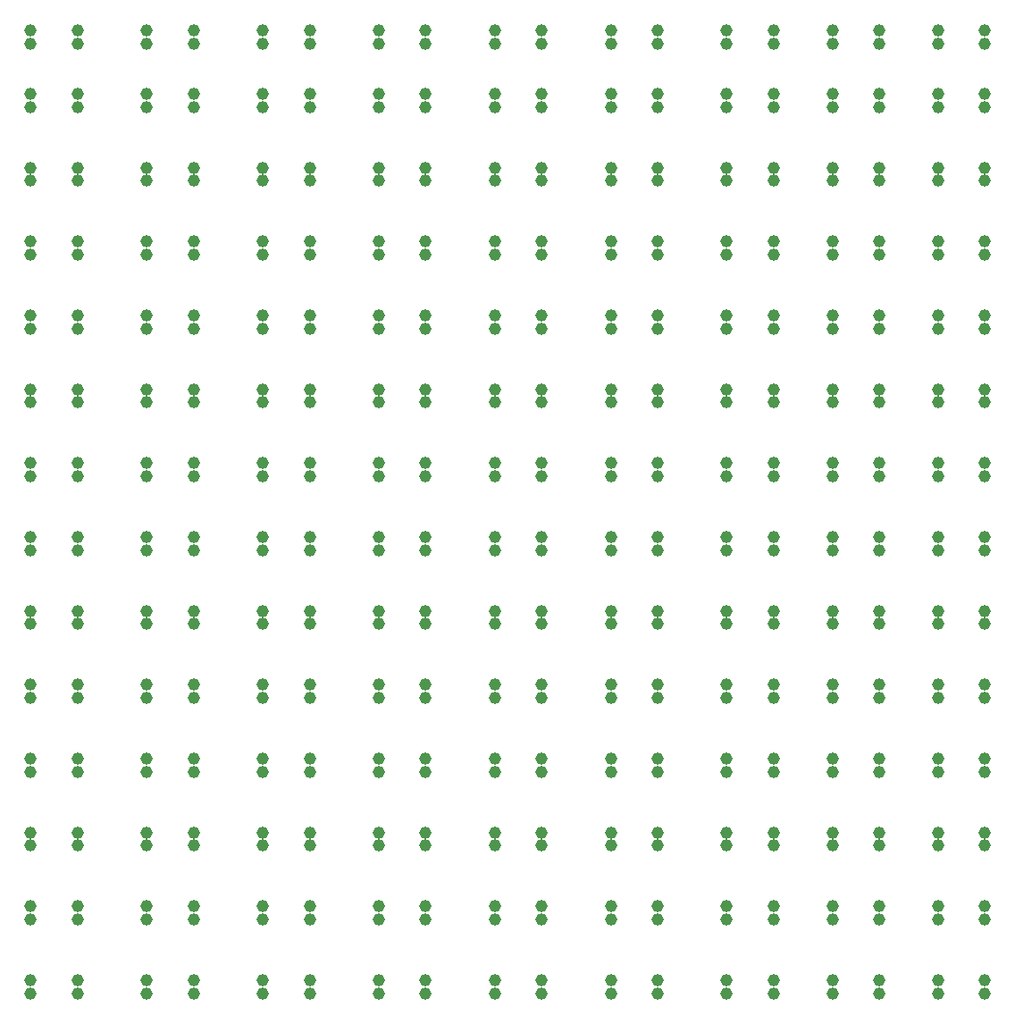
<source format=gbs>
G75*
%MOIN*%
%OFA0B0*%
%FSLAX25Y25*%
%IPPOS*%
%LPD*%
%AMOC8*
5,1,8,0,0,1.08239X$1,22.5*
%
%ADD10C,0.04572*%
D10*
X0023938Y0020434D03*
X0023938Y0025355D03*
X0041536Y0025355D03*
X0041536Y0020434D03*
X0067245Y0020434D03*
X0067245Y0025355D03*
X0084843Y0025355D03*
X0084843Y0020434D03*
X0110552Y0020434D03*
X0110552Y0025355D03*
X0128150Y0025355D03*
X0128150Y0020434D03*
X0153859Y0020434D03*
X0153859Y0025355D03*
X0171457Y0025355D03*
X0171457Y0020434D03*
X0197166Y0020434D03*
X0197166Y0025355D03*
X0214765Y0025355D03*
X0214765Y0020434D03*
X0240473Y0020434D03*
X0240473Y0025355D03*
X0258072Y0025355D03*
X0258072Y0020434D03*
X0283780Y0020434D03*
X0283780Y0025355D03*
X0301379Y0025355D03*
X0301379Y0020434D03*
X0323150Y0020434D03*
X0323150Y0025355D03*
X0340749Y0025355D03*
X0340749Y0020434D03*
X0362520Y0020434D03*
X0362520Y0025355D03*
X0380119Y0025355D03*
X0380119Y0020434D03*
X0380119Y0047993D03*
X0380119Y0052914D03*
X0362520Y0052914D03*
X0362520Y0047993D03*
X0340749Y0047993D03*
X0340749Y0052914D03*
X0323150Y0052914D03*
X0323150Y0047993D03*
X0301379Y0047993D03*
X0301379Y0052914D03*
X0283780Y0052914D03*
X0283780Y0047993D03*
X0258072Y0047993D03*
X0258072Y0052914D03*
X0240473Y0052914D03*
X0240473Y0047993D03*
X0214765Y0047993D03*
X0214765Y0052914D03*
X0197166Y0052914D03*
X0197166Y0047993D03*
X0171457Y0047993D03*
X0171457Y0052914D03*
X0153859Y0052914D03*
X0153859Y0047993D03*
X0128150Y0047993D03*
X0128150Y0052914D03*
X0110552Y0052914D03*
X0110552Y0047993D03*
X0084843Y0047993D03*
X0084843Y0052914D03*
X0067245Y0052914D03*
X0067245Y0047993D03*
X0041536Y0047993D03*
X0041536Y0052914D03*
X0023938Y0052914D03*
X0023938Y0047993D03*
X0023938Y0075552D03*
X0023938Y0080473D03*
X0041536Y0080473D03*
X0041536Y0075552D03*
X0067245Y0075552D03*
X0067245Y0080473D03*
X0084843Y0080473D03*
X0084843Y0075552D03*
X0110552Y0075552D03*
X0110552Y0080473D03*
X0128150Y0080473D03*
X0128150Y0075552D03*
X0153859Y0075552D03*
X0153859Y0080473D03*
X0171457Y0080473D03*
X0171457Y0075552D03*
X0197166Y0075552D03*
X0197166Y0080473D03*
X0214765Y0080473D03*
X0214765Y0075552D03*
X0240473Y0075552D03*
X0240473Y0080473D03*
X0258072Y0080473D03*
X0258072Y0075552D03*
X0283780Y0075552D03*
X0283780Y0080473D03*
X0301379Y0080473D03*
X0301379Y0075552D03*
X0323150Y0075552D03*
X0323150Y0080473D03*
X0340749Y0080473D03*
X0340749Y0075552D03*
X0362520Y0075552D03*
X0362520Y0080473D03*
X0380119Y0080473D03*
X0380119Y0075552D03*
X0380119Y0103111D03*
X0380119Y0108032D03*
X0362520Y0108032D03*
X0362520Y0103111D03*
X0340749Y0103111D03*
X0340749Y0108032D03*
X0323150Y0108032D03*
X0323150Y0103111D03*
X0301379Y0103111D03*
X0301379Y0108032D03*
X0283780Y0108032D03*
X0283780Y0103111D03*
X0258072Y0103111D03*
X0258072Y0108032D03*
X0240473Y0108032D03*
X0240473Y0103111D03*
X0214765Y0103111D03*
X0214765Y0108032D03*
X0197166Y0108032D03*
X0197166Y0103111D03*
X0171457Y0103111D03*
X0171457Y0108032D03*
X0153859Y0108032D03*
X0153859Y0103111D03*
X0128150Y0103111D03*
X0128150Y0108032D03*
X0110552Y0108032D03*
X0110552Y0103111D03*
X0084843Y0103111D03*
X0084843Y0108032D03*
X0067245Y0108032D03*
X0067245Y0103111D03*
X0041536Y0103111D03*
X0041536Y0108032D03*
X0023938Y0108032D03*
X0023938Y0103111D03*
X0023938Y0130670D03*
X0023938Y0135591D03*
X0041536Y0135591D03*
X0041536Y0130670D03*
X0067245Y0130670D03*
X0067245Y0135591D03*
X0084843Y0135591D03*
X0084843Y0130670D03*
X0110552Y0130670D03*
X0110552Y0135591D03*
X0128150Y0135591D03*
X0128150Y0130670D03*
X0153859Y0130670D03*
X0153859Y0135591D03*
X0171457Y0135591D03*
X0171457Y0130670D03*
X0197166Y0130670D03*
X0197166Y0135591D03*
X0214765Y0135591D03*
X0214765Y0130670D03*
X0240473Y0130670D03*
X0240473Y0135591D03*
X0258072Y0135591D03*
X0258072Y0130670D03*
X0283780Y0130670D03*
X0283780Y0135591D03*
X0301379Y0135591D03*
X0301379Y0130670D03*
X0323150Y0130670D03*
X0323150Y0135591D03*
X0340749Y0135591D03*
X0340749Y0130670D03*
X0362520Y0130670D03*
X0362520Y0135591D03*
X0380119Y0135591D03*
X0380119Y0130670D03*
X0380119Y0158229D03*
X0380119Y0163150D03*
X0362520Y0163150D03*
X0362520Y0158229D03*
X0340749Y0158229D03*
X0340749Y0163150D03*
X0323150Y0163150D03*
X0323150Y0158229D03*
X0301379Y0158229D03*
X0301379Y0163150D03*
X0283780Y0163150D03*
X0283780Y0158229D03*
X0258072Y0158229D03*
X0258072Y0163150D03*
X0240473Y0163150D03*
X0240473Y0158229D03*
X0214765Y0158229D03*
X0214765Y0163150D03*
X0197166Y0163150D03*
X0197166Y0158229D03*
X0171457Y0158229D03*
X0171457Y0163150D03*
X0153859Y0163150D03*
X0153859Y0158229D03*
X0128150Y0158229D03*
X0128150Y0163150D03*
X0110552Y0163150D03*
X0110552Y0158229D03*
X0084843Y0158229D03*
X0084843Y0163150D03*
X0067245Y0163150D03*
X0067245Y0158229D03*
X0041536Y0158229D03*
X0041536Y0163150D03*
X0023938Y0163150D03*
X0023938Y0158229D03*
X0023938Y0185788D03*
X0023938Y0190709D03*
X0041536Y0190709D03*
X0041536Y0185788D03*
X0067245Y0185788D03*
X0067245Y0190709D03*
X0084843Y0190709D03*
X0084843Y0185788D03*
X0110552Y0185788D03*
X0110552Y0190709D03*
X0128150Y0190709D03*
X0128150Y0185788D03*
X0153859Y0185788D03*
X0153859Y0190709D03*
X0171457Y0190709D03*
X0171457Y0185788D03*
X0197166Y0185788D03*
X0197166Y0190709D03*
X0214765Y0190709D03*
X0214765Y0185788D03*
X0240473Y0185788D03*
X0240473Y0190709D03*
X0258072Y0190709D03*
X0258072Y0185788D03*
X0283780Y0185788D03*
X0283780Y0190709D03*
X0301379Y0190709D03*
X0301379Y0185788D03*
X0323150Y0185788D03*
X0323150Y0190709D03*
X0340749Y0190709D03*
X0340749Y0185788D03*
X0362520Y0185788D03*
X0362520Y0190709D03*
X0380119Y0190709D03*
X0380119Y0185788D03*
X0380119Y0213347D03*
X0380119Y0218269D03*
X0362520Y0218269D03*
X0362520Y0213347D03*
X0340749Y0213347D03*
X0340749Y0218269D03*
X0323150Y0218269D03*
X0323150Y0213347D03*
X0301379Y0213347D03*
X0301379Y0218269D03*
X0283780Y0218269D03*
X0283780Y0213347D03*
X0258072Y0213347D03*
X0258072Y0218269D03*
X0240473Y0218269D03*
X0240473Y0213347D03*
X0214765Y0213347D03*
X0214765Y0218269D03*
X0197166Y0218269D03*
X0197166Y0213347D03*
X0171457Y0213347D03*
X0171457Y0218269D03*
X0153859Y0218269D03*
X0153859Y0213347D03*
X0128150Y0213347D03*
X0128150Y0218269D03*
X0110552Y0218269D03*
X0110552Y0213347D03*
X0084843Y0213347D03*
X0084843Y0218269D03*
X0067245Y0218269D03*
X0067245Y0213347D03*
X0041536Y0213347D03*
X0041536Y0218269D03*
X0023938Y0218269D03*
X0023938Y0213347D03*
X0023938Y0240906D03*
X0023938Y0245828D03*
X0041536Y0245828D03*
X0041536Y0240906D03*
X0067245Y0240906D03*
X0067245Y0245828D03*
X0084843Y0245828D03*
X0084843Y0240906D03*
X0110552Y0240906D03*
X0110552Y0245828D03*
X0128150Y0245828D03*
X0128150Y0240906D03*
X0153859Y0240906D03*
X0153859Y0245828D03*
X0171457Y0245828D03*
X0171457Y0240906D03*
X0197166Y0240906D03*
X0197166Y0245828D03*
X0214765Y0245828D03*
X0214765Y0240906D03*
X0240473Y0240906D03*
X0240473Y0245828D03*
X0258072Y0245828D03*
X0258072Y0240906D03*
X0283780Y0240906D03*
X0283780Y0245828D03*
X0301379Y0245828D03*
X0301379Y0240906D03*
X0323150Y0240906D03*
X0323150Y0245828D03*
X0340749Y0245828D03*
X0340749Y0240906D03*
X0362520Y0240906D03*
X0362520Y0245828D03*
X0380119Y0245828D03*
X0380119Y0240906D03*
X0380119Y0268465D03*
X0380119Y0273387D03*
X0362520Y0273387D03*
X0362520Y0268465D03*
X0340749Y0268465D03*
X0340749Y0273387D03*
X0323150Y0273387D03*
X0323150Y0268465D03*
X0301379Y0268465D03*
X0301379Y0273387D03*
X0283780Y0273387D03*
X0283780Y0268465D03*
X0258072Y0268465D03*
X0258072Y0273387D03*
X0240473Y0273387D03*
X0240473Y0268465D03*
X0214765Y0268465D03*
X0214765Y0273387D03*
X0197166Y0273387D03*
X0197166Y0268465D03*
X0171457Y0268465D03*
X0171457Y0273387D03*
X0153859Y0273387D03*
X0153859Y0268465D03*
X0128150Y0268465D03*
X0128150Y0273387D03*
X0110552Y0273387D03*
X0110552Y0268465D03*
X0084843Y0268465D03*
X0084843Y0273387D03*
X0067245Y0273387D03*
X0067245Y0268465D03*
X0041536Y0268465D03*
X0041536Y0273387D03*
X0023938Y0273387D03*
X0023938Y0268465D03*
X0023938Y0296024D03*
X0023938Y0300946D03*
X0041536Y0300946D03*
X0041536Y0296024D03*
X0067245Y0296024D03*
X0067245Y0300946D03*
X0084843Y0300946D03*
X0084843Y0296024D03*
X0110552Y0296024D03*
X0110552Y0300946D03*
X0128150Y0300946D03*
X0128150Y0296024D03*
X0153859Y0296024D03*
X0153859Y0300946D03*
X0171457Y0300946D03*
X0171457Y0296024D03*
X0197166Y0296024D03*
X0197166Y0300946D03*
X0214765Y0300946D03*
X0214765Y0296024D03*
X0240473Y0296024D03*
X0240473Y0300946D03*
X0258072Y0300946D03*
X0258072Y0296024D03*
X0283780Y0296024D03*
X0283780Y0300946D03*
X0301379Y0300946D03*
X0301379Y0296024D03*
X0323150Y0296024D03*
X0323150Y0300946D03*
X0340749Y0300946D03*
X0340749Y0296024D03*
X0362520Y0296024D03*
X0362520Y0300946D03*
X0380119Y0300946D03*
X0380119Y0296024D03*
X0380119Y0323583D03*
X0380119Y0328505D03*
X0362520Y0328505D03*
X0362520Y0323583D03*
X0340749Y0323583D03*
X0340749Y0328505D03*
X0323150Y0328505D03*
X0323150Y0323583D03*
X0301379Y0323583D03*
X0301379Y0328505D03*
X0283780Y0328505D03*
X0283780Y0323583D03*
X0258072Y0323583D03*
X0258072Y0328505D03*
X0240473Y0328505D03*
X0240473Y0323583D03*
X0214765Y0323583D03*
X0214765Y0328505D03*
X0197166Y0328505D03*
X0197166Y0323583D03*
X0171457Y0323583D03*
X0171457Y0328505D03*
X0153859Y0328505D03*
X0153859Y0323583D03*
X0128150Y0323583D03*
X0128150Y0328505D03*
X0110552Y0328505D03*
X0110552Y0323583D03*
X0084843Y0323583D03*
X0084843Y0328505D03*
X0067245Y0328505D03*
X0067245Y0323583D03*
X0041536Y0323583D03*
X0041536Y0328505D03*
X0023938Y0328505D03*
X0023938Y0323583D03*
X0023938Y0351143D03*
X0023938Y0356064D03*
X0041536Y0356064D03*
X0041536Y0351143D03*
X0041536Y0374765D03*
X0041536Y0379686D03*
X0023938Y0379686D03*
X0023938Y0374765D03*
X0067245Y0374765D03*
X0067245Y0379686D03*
X0084843Y0379686D03*
X0084843Y0374765D03*
X0084843Y0356064D03*
X0084843Y0351143D03*
X0067245Y0351143D03*
X0067245Y0356064D03*
X0110552Y0356064D03*
X0110552Y0351143D03*
X0128150Y0351143D03*
X0128150Y0356064D03*
X0128150Y0374765D03*
X0128150Y0379686D03*
X0110552Y0379686D03*
X0110552Y0374765D03*
X0153859Y0374765D03*
X0153859Y0379686D03*
X0171457Y0379686D03*
X0171457Y0374765D03*
X0171457Y0356064D03*
X0171457Y0351143D03*
X0153859Y0351143D03*
X0153859Y0356064D03*
X0197166Y0356064D03*
X0197166Y0351143D03*
X0214765Y0351143D03*
X0214765Y0356064D03*
X0214765Y0374765D03*
X0214765Y0379686D03*
X0197166Y0379686D03*
X0197166Y0374765D03*
X0240473Y0374765D03*
X0240473Y0379686D03*
X0258072Y0379686D03*
X0258072Y0374765D03*
X0258072Y0356064D03*
X0258072Y0351143D03*
X0240473Y0351143D03*
X0240473Y0356064D03*
X0283780Y0356064D03*
X0283780Y0351143D03*
X0301379Y0351143D03*
X0301379Y0356064D03*
X0301379Y0374765D03*
X0301379Y0379686D03*
X0283780Y0379686D03*
X0283780Y0374765D03*
X0323150Y0374765D03*
X0323150Y0379686D03*
X0340749Y0379686D03*
X0340749Y0374765D03*
X0340749Y0356064D03*
X0340749Y0351143D03*
X0323150Y0351143D03*
X0323150Y0356064D03*
X0362520Y0356064D03*
X0362520Y0351143D03*
X0380119Y0351143D03*
X0380119Y0356064D03*
X0380119Y0374765D03*
X0380119Y0379686D03*
X0362520Y0379686D03*
X0362520Y0374765D03*
M02*

</source>
